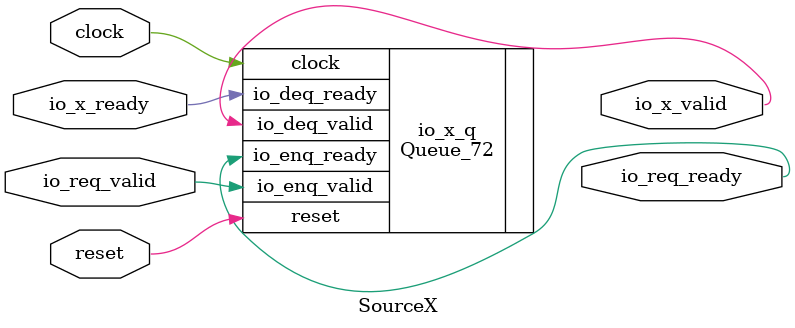
<source format=sv>
`ifndef RANDOMIZE
  `ifdef RANDOMIZE_REG_INIT
    `define RANDOMIZE
  `endif // RANDOMIZE_REG_INIT
`endif // not def RANDOMIZE
`ifndef RANDOMIZE
  `ifdef RANDOMIZE_MEM_INIT
    `define RANDOMIZE
  `endif // RANDOMIZE_MEM_INIT
`endif // not def RANDOMIZE

`ifndef RANDOM
  `define RANDOM $random
`endif // not def RANDOM

// Users can define 'PRINTF_COND' to add an extra gate to prints.
`ifndef PRINTF_COND_
  `ifdef PRINTF_COND
    `define PRINTF_COND_ (`PRINTF_COND)
  `else  // PRINTF_COND
    `define PRINTF_COND_ 1
  `endif // PRINTF_COND
`endif // not def PRINTF_COND_

// Users can define 'ASSERT_VERBOSE_COND' to add an extra gate to assert error printing.
`ifndef ASSERT_VERBOSE_COND_
  `ifdef ASSERT_VERBOSE_COND
    `define ASSERT_VERBOSE_COND_ (`ASSERT_VERBOSE_COND)
  `else  // ASSERT_VERBOSE_COND
    `define ASSERT_VERBOSE_COND_ 1
  `endif // ASSERT_VERBOSE_COND
`endif // not def ASSERT_VERBOSE_COND_

// Users can define 'STOP_COND' to add an extra gate to stop conditions.
`ifndef STOP_COND_
  `ifdef STOP_COND
    `define STOP_COND_ (`STOP_COND)
  `else  // STOP_COND
    `define STOP_COND_ 1
  `endif // STOP_COND
`endif // not def STOP_COND_

// Users can define INIT_RANDOM as general code that gets injected into the
// initializer block for modules with registers.
`ifndef INIT_RANDOM
  `define INIT_RANDOM
`endif // not def INIT_RANDOM

// If using random initialization, you can also define RANDOMIZE_DELAY to
// customize the delay used, otherwise 0.002 is used.
`ifndef RANDOMIZE_DELAY
  `define RANDOMIZE_DELAY 0.002
`endif // not def RANDOMIZE_DELAY

// Define INIT_RANDOM_PROLOG_ for use in our modules below.
`ifndef INIT_RANDOM_PROLOG_
  `ifdef RANDOMIZE
    `ifdef VERILATOR
      `define INIT_RANDOM_PROLOG_ `INIT_RANDOM
    `else  // VERILATOR
      `define INIT_RANDOM_PROLOG_ `INIT_RANDOM #`RANDOMIZE_DELAY begin end
    `endif // VERILATOR
  `else  // RANDOMIZE
    `define INIT_RANDOM_PROLOG_
  `endif // RANDOMIZE
`endif // not def INIT_RANDOM_PROLOG_

module SourceX(
  input  clock,
         reset,
         io_req_valid,
         io_x_ready,
  output io_req_ready,
         io_x_valid
);

  Queue_72 io_x_q (	// @[Decoupled.scala:375:21]
    .clock        (clock),
    .reset        (reset),
    .io_enq_valid (io_req_valid),
    .io_deq_ready (io_x_ready),
    .io_enq_ready (io_req_ready),
    .io_deq_valid (io_x_valid)
  );
endmodule


</source>
